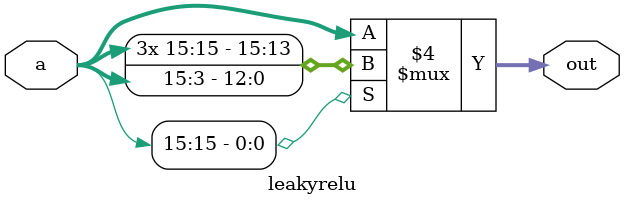
<source format=v>
`timescale 1ns / 1ps
module leakyrelu(
    input signed [15:0] a,
    output reg signed [15:0] out
    );
    always @(a)
    begin
        if(a[15])
           out = a>>>3;
        else
           out = a;
    end
endmodule

</source>
